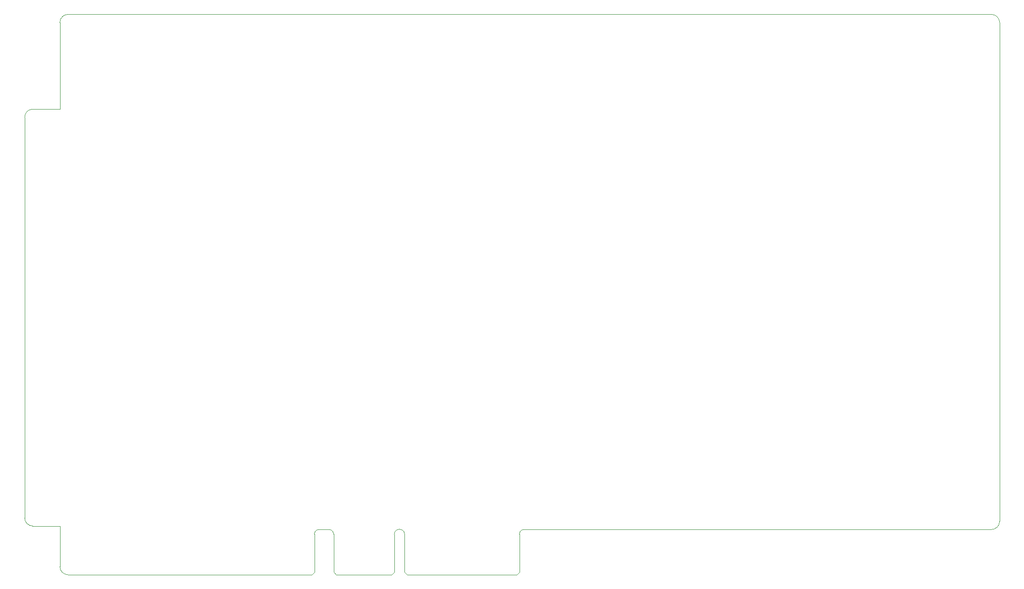
<source format=gbr>
%TF.GenerationSoftware,KiCad,Pcbnew,9.0.5-9.0.5~ubuntu24.04.1*%
%TF.CreationDate,2025-10-23T11:36:53+02:00*%
%TF.ProjectId,EEZ DIB DCP405plus,45455a20-4449-4422-9044-435034303570,r4B2*%
%TF.SameCoordinates,Original*%
%TF.FileFunction,Profile,NP*%
%FSLAX46Y46*%
G04 Gerber Fmt 4.6, Leading zero omitted, Abs format (unit mm)*
G04 Created by KiCad (PCBNEW 9.0.5-9.0.5~ubuntu24.04.1) date 2025-10-23 11:36:53*
%MOMM*%
%LPD*%
G01*
G04 APERTURE LIST*
%TA.AperFunction,Profile*%
%ADD10C,0.100000*%
%TD*%
G04 APERTURE END LIST*
D10*
X238500000Y-142649895D02*
X238500000Y-50500000D01*
X238500000Y-142649895D02*
G75*
G02*
X237000000Y-144149900I-1500000J-5D01*
G01*
X66500000Y-152500000D02*
G75*
G02*
X65000000Y-151000000I0J1500000D01*
G01*
X149845000Y-145000000D02*
G75*
G02*
X150700000Y-144150000I852500J-2500D01*
G01*
X58500000Y-68000000D02*
G75*
G02*
X60000000Y-66500000I1500000J0D01*
G01*
X60000000Y-143500000D02*
G75*
G02*
X58500000Y-142000000I0J1500000D01*
G01*
X111500000Y-152500000D02*
X66500000Y-152500000D01*
X112000000Y-152000000D02*
X112000000Y-145000000D01*
X65000000Y-151000000D02*
X65000000Y-143500000D01*
X66500000Y-49000000D02*
X237000000Y-49000000D01*
X237000000Y-49000000D02*
G75*
G02*
X238500000Y-50500000I0J-1500000D01*
G01*
X58500000Y-142000000D02*
X58500000Y-68000000D01*
X65000000Y-143500000D02*
X60000000Y-143500000D01*
X111500000Y-152500000D02*
X112000000Y-152000000D01*
X112000000Y-145000000D02*
G75*
G02*
X112837486Y-144149999I843700J6300D01*
G01*
X114645768Y-144149278D02*
G75*
G02*
X115542524Y-144999251I23432J-873322D01*
G01*
X65000000Y-66500000D02*
X65000000Y-50500000D01*
X114642513Y-144150000D02*
X112837486Y-144150000D01*
X65000000Y-66500000D02*
X60000000Y-66500000D01*
X65000000Y-50500000D02*
G75*
G02*
X66500000Y-49000000I1500000J0D01*
G01*
X237000000Y-144150000D02*
X150700000Y-144150000D01*
%TO.C,X1*%
X115550000Y-145000000D02*
X115550000Y-152000000D01*
X115550000Y-152000000D02*
X116047300Y-152500000D01*
X116047300Y-152500000D02*
X126247300Y-152500000D01*
X126247300Y-152500000D02*
X126747300Y-152000000D01*
X126747300Y-152000000D02*
X126747300Y-145050000D01*
X128647300Y-145050000D02*
X128647300Y-152000000D01*
X128647300Y-152000000D02*
X129147300Y-152500000D01*
X149347300Y-152500000D02*
X129147300Y-152500000D01*
X149847300Y-145000000D02*
X149847300Y-152000000D01*
X149847300Y-152000000D02*
X149347300Y-152500000D01*
X126747300Y-145050000D02*
G75*
G02*
X128647300Y-145050000I950000J0D01*
G01*
%TD*%
M02*

</source>
